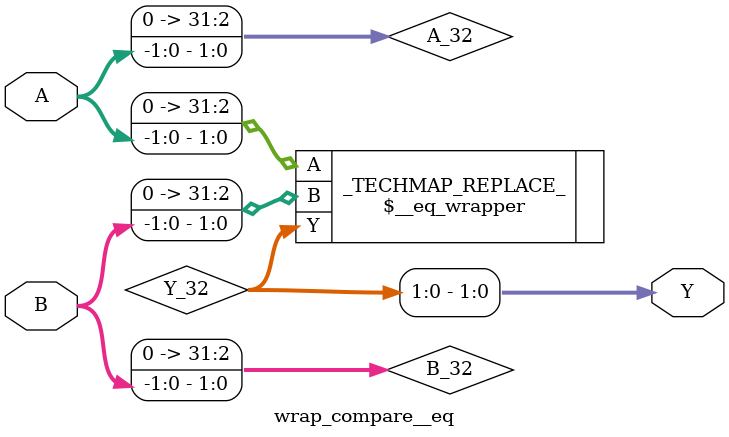
<source format=v>
(* techmap_celltype = "\$lt" *)
module wrap_compare__lt #(
    parameter A_SIGNED = 0,
    parameter A_WIDTH = 0,
    parameter B_SIGNED = 0,
    parameter B_WIDTH = 0,
    parameter Y_WIDTH = 0
)
(
    input wire[A_WIDTH - 1:0] A,
    input wire[B_WIDTH - 1:0] B,
    output reg[Y_WIDTH - 1:0] Y
);

reg [31:0] A_32;
reg [31:0] B_32;
reg [31:0] Y_32;
assign A_32 = A;
assign B_32 = B;
assign Y = Y_32;
\$__lt_wrapper #(
    .A_SIGNED(A_SIGNED),
    .A_WIDTH(A_WIDTH),
    .B_SIGNED(B_SIGNED),
    .B_WIDTH(B_WIDTH),
    .Y_WIDTH(Y_WIDTH)
) _TECHMAP_REPLACE_ (
    .A(A_32),
    .B(B_32),
    .Y(Y_32)
);

endmodule

(* techmap_celltype = "\$le" *)
module wrap_compare__le #(
    parameter A_SIGNED = 0,
    parameter A_WIDTH = 0,
    parameter B_SIGNED = 0,
    parameter B_WIDTH = 0,
    parameter Y_WIDTH = 0
)
(
    input wire[A_WIDTH - 1:0] A,
    input wire[B_WIDTH - 1:0] B,
    output reg[Y_WIDTH - 1:0] Y
);

reg [31:0] A_32;
reg [31:0] B_32;
reg [31:0] Y_32;
assign A_32 = A;
assign B_32 = B;
assign Y = Y_32;
\$__le_wrapper #(
    .A_SIGNED(A_SIGNED),
    .A_WIDTH(A_WIDTH),
    .B_SIGNED(B_SIGNED),
    .B_WIDTH(B_WIDTH),
    .Y_WIDTH(Y_WIDTH)
) _TECHMAP_REPLACE_ (
    .A(A_32),
    .B(B_32),
    .Y(Y_32)
);

endmodule

(* techmap_celltype = "\$eq" *)
module wrap_compare__eq #(
    parameter A_SIGNED = 0,
    parameter A_WIDTH = 0,
    parameter B_SIGNED = 0,
    parameter B_WIDTH = 0,
    parameter Y_WIDTH = 0
)
(
    input wire[A_WIDTH - 1:0] A,
    input wire[B_WIDTH - 1:0] B,
    output reg[Y_WIDTH - 1:0] Y
);

reg [31:0] A_32;
reg [31:0] B_32;
reg [31:0] Y_32;
assign A_32 = A;
assign B_32 = B;
assign Y = Y_32;
\$__eq_wrapper #(
    .A_SIGNED(A_SIGNED),
    .A_WIDTH(A_WIDTH),
    .B_SIGNED(B_SIGNED),
    .B_WIDTH(B_WIDTH),
    .Y_WIDTH(Y_WIDTH)
) _TECHMAP_REPLACE_ (
    .A(A_32),
    .B(B_32),
    .Y(Y_32)
);

endmodule


</source>
